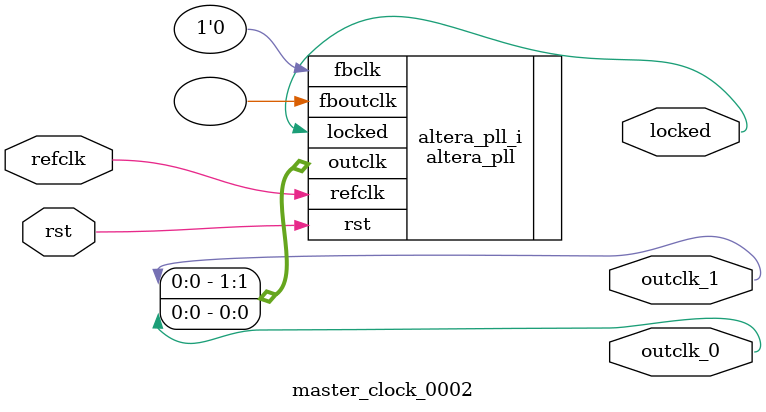
<source format=v>
`timescale 1ns/10ps
module  master_clock_0002(

	// interface 'refclk'
	input wire refclk,

	// interface 'reset'
	input wire rst,

	// interface 'outclk0'
	output wire outclk_0,

	// interface 'outclk1'
	output wire outclk_1,

	// interface 'locked'
	output wire locked
);

	altera_pll #(
		.fractional_vco_multiplier("false"),
		.reference_clock_frequency("50.0 MHz"),
		.operation_mode("direct"),
		.number_of_clocks(2),
		.output_clock_frequency0("150.000000 MHz"),
		.phase_shift0("0 ps"),
		.duty_cycle0(50),
		.output_clock_frequency1("40.000000 MHz"),
		.phase_shift1("0 ps"),
		.duty_cycle1(50),
		.output_clock_frequency2("0 MHz"),
		.phase_shift2("0 ps"),
		.duty_cycle2(50),
		.output_clock_frequency3("0 MHz"),
		.phase_shift3("0 ps"),
		.duty_cycle3(50),
		.output_clock_frequency4("0 MHz"),
		.phase_shift4("0 ps"),
		.duty_cycle4(50),
		.output_clock_frequency5("0 MHz"),
		.phase_shift5("0 ps"),
		.duty_cycle5(50),
		.output_clock_frequency6("0 MHz"),
		.phase_shift6("0 ps"),
		.duty_cycle6(50),
		.output_clock_frequency7("0 MHz"),
		.phase_shift7("0 ps"),
		.duty_cycle7(50),
		.output_clock_frequency8("0 MHz"),
		.phase_shift8("0 ps"),
		.duty_cycle8(50),
		.output_clock_frequency9("0 MHz"),
		.phase_shift9("0 ps"),
		.duty_cycle9(50),
		.output_clock_frequency10("0 MHz"),
		.phase_shift10("0 ps"),
		.duty_cycle10(50),
		.output_clock_frequency11("0 MHz"),
		.phase_shift11("0 ps"),
		.duty_cycle11(50),
		.output_clock_frequency12("0 MHz"),
		.phase_shift12("0 ps"),
		.duty_cycle12(50),
		.output_clock_frequency13("0 MHz"),
		.phase_shift13("0 ps"),
		.duty_cycle13(50),
		.output_clock_frequency14("0 MHz"),
		.phase_shift14("0 ps"),
		.duty_cycle14(50),
		.output_clock_frequency15("0 MHz"),
		.phase_shift15("0 ps"),
		.duty_cycle15(50),
		.output_clock_frequency16("0 MHz"),
		.phase_shift16("0 ps"),
		.duty_cycle16(50),
		.output_clock_frequency17("0 MHz"),
		.phase_shift17("0 ps"),
		.duty_cycle17(50),
		.pll_type("General"),
		.pll_subtype("General")
	) altera_pll_i (
		.rst	(rst),
		.outclk	({outclk_1, outclk_0}),
		.locked	(locked),
		.fboutclk	( ),
		.fbclk	(1'b0),
		.refclk	(refclk)
	);
endmodule


</source>
